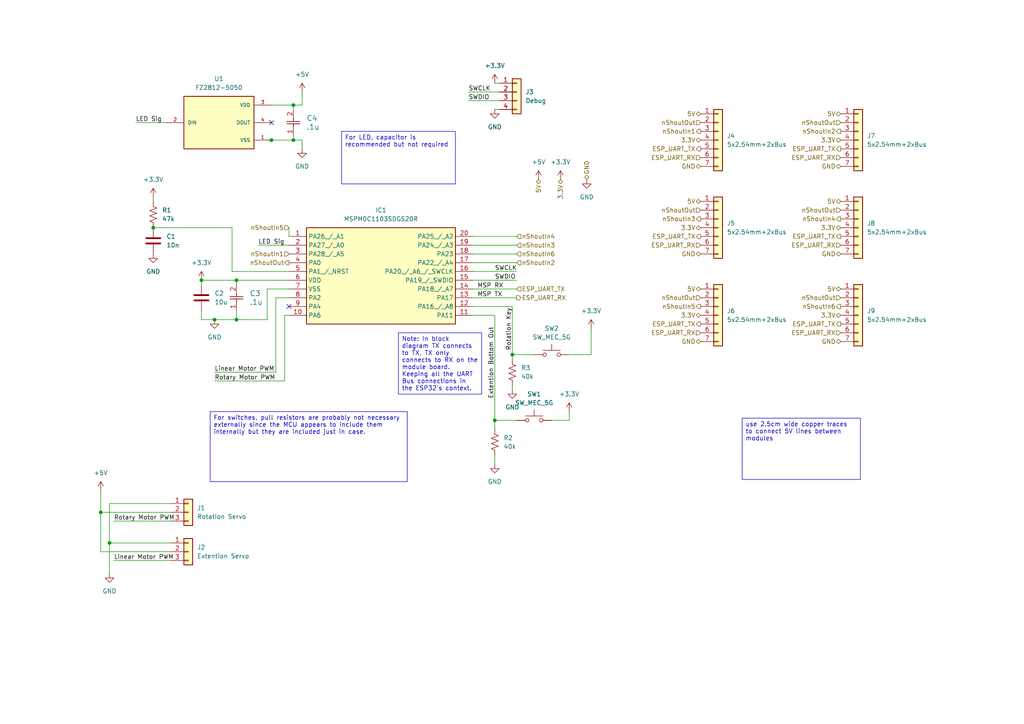
<source format=kicad_sch>
(kicad_sch (version 20250114) (generator "eeschema") (generator_version "9.0")
  (paper "A4")
  (lib_symbols
    (symbol "Connector_Generic:Conn_01x03" (pin_names (offset 1.016) (hide yes))
      (property "Reference" "J" (at 0 5.08 0))
      (property "Value" "Conn_01x03" (at 0 -5.08 0))
      (symbol "Conn_01x03_1_1"
        (rectangle (start -1.27 3.81) (end 1.27 -3.81) (stroke (width 0.254)) (fill (type background)))
        (rectangle (start -1.27 2.667) (end 0 2.413) (stroke (width 0.1524)))
        (rectangle (start -1.27 0.127) (end 0 -0.127) (stroke (width 0.1524)))
        (rectangle (start -1.27 -2.413) (end 0 -2.667) (stroke (width 0.1524)))
        (pin passive line (at -5.08 2.54 0) (length 3.81) (name "Pin_1") (number "1"))
        (pin passive line (at -5.08 0 0) (length 3.81) (name "Pin_2") (number "2"))
        (pin passive line (at -5.08 -2.54 0) (length 3.81) (name "Pin_3") (number "3"))
      )
    )
    (symbol "Connector_Generic:Conn_01x04" (pin_names (offset 1.016) (hide yes))
      (property "Reference" "J" (at 0 5.08 0))
      (property "Value" "Conn_01x04" (at 0 -7.62 0))
      (symbol "Conn_01x04_1_1"
        (rectangle (start -1.27 3.81) (end 1.27 -6.35) (stroke (width 0.254)) (fill (type background)))
        (rectangle (start -1.27 2.667) (end 0 2.413) (stroke (width 0.1524)))
        (rectangle (start -1.27 0.127) (end 0 -0.127) (stroke (width 0.1524)))
        (rectangle (start -1.27 -2.413) (end 0 -2.667) (stroke (width 0.1524)))
        (rectangle (start -1.27 -4.953) (end 0 -5.207) (stroke (width 0.1524)))
        (pin passive line (at -5.08 2.54 0) (length 3.81) (name "Pin_1") (number "1"))
        (pin passive line (at -5.08 0 0) (length 3.81) (name "Pin_2") (number "2"))
        (pin passive line (at -5.08 -2.54 0) (length 3.81) (name "Pin_3") (number "3"))
        (pin passive line (at -5.08 -5.08 0) (length 3.81) (name "Pin_4") (number "4"))
      )
    )
    (symbol "Connector_Generic:Conn_01x07" (pin_names (offset 1.016) (hide yes))
      (property "Reference" "J" (at 0 10.16 0))
      (property "Value" "Conn_01x07" (at 0 -10.16 0))
      (symbol "Conn_01x07_1_1"
        (rectangle (start -1.27 8.89) (end 1.27 -8.89) (stroke (width 0.254)) (fill (type background)))
        (rectangle (start -1.27 7.747) (end 0 7.493) (stroke (width 0.1524)))
        (rectangle (start -1.27 5.207) (end 0 4.953) (stroke (width 0.1524)))
        (rectangle (start -1.27 2.667) (end 0 2.413) (stroke (width 0.1524)))
        (rectangle (start -1.27 0.127) (end 0 -0.127) (stroke (width 0.1524)))
        (rectangle (start -1.27 -2.413) (end 0 -2.667) (stroke (width 0.1524)))
        (rectangle (start -1.27 -4.953) (end 0 -5.207) (stroke (width 0.1524)))
        (rectangle (start -1.27 -7.493) (end 0 -7.747) (stroke (width 0.1524)))
        (pin passive line (at -5.08 7.62 0) (length 3.81) (name "Pin_1") (number "1"))
        (pin passive line (at -5.08 5.08 0) (length 3.81) (name "Pin_2") (number "2"))
        (pin passive line (at -5.08 2.54 0) (length 3.81) (name "Pin_3") (number "3"))
        (pin passive line (at -5.08 0 0) (length 3.81) (name "Pin_4") (number "4"))
        (pin passive line (at -5.08 -2.54 0) (length 3.81) (name "Pin_5") (number "5"))
        (pin passive line (at -5.08 -5.08 0) (length 3.81) (name "Pin_6") (number "6"))
        (pin passive line (at -5.08 -7.62 0) (length 3.81) (name "Pin_7") (number "7"))
      )
    )
    (symbol "Device:C" (pin_numbers (hide yes)) (pin_names (offset 0.254))
      (property "Reference" "C" (at 0.635 2.54 0))
      (property "Value" "C" (at 0.635 -2.54 0))
      (symbol "C_0_1"
        (polyline (pts (xy -2.032 0.762) (xy 2.032 0.762)) (stroke (width 0.508)))
        (polyline (pts (xy -2.032 -0.762) (xy 2.032 -0.762)) (stroke (width 0.508)))
      )
      (symbol "C_1_1"
        (pin passive line (at 0 3.81 270) (length 2.794) (name "~") (number "1"))
        (pin passive line (at 0 -3.81 90) (length 2.794) (name "~") (number "2"))
      )
    )
    (symbol "Device:R_US" (pin_numbers (hide yes)) (pin_names (offset 0))
      (property "Reference" "R" (at 2.54 0 90))
      (property "Value" "R_US" (at -2.54 0 90))
      (symbol "R_US_0_1"
        (polyline (pts (xy 0 2.286) (xy 0 2.54)))
        (polyline (pts (xy 0 2.286) (xy 1.016 1.905) (xy 0 1.524) (xy -1.016 1.143) (xy 0 0.762)))
        (polyline (pts (xy 0 0.762) (xy 1.016 0.381) (xy 0 0) (xy -1.016 -0.381) (xy 0 -0.762)))
        (polyline (pts (xy 0 -0.762) (xy 1.016 -1.143) (xy 0 -1.524) (xy -1.016 -1.905) (xy 0 -2.286)))
        (polyline (pts (xy 0 -2.286) (xy 0 -2.54)))
      )
      (symbol "R_US_1_1"
        (pin passive line (at 0 3.81 270) (length 1.27) (name "~") (number "1"))
        (pin passive line (at 0 -3.81 90) (length 1.27) (name "~") (number "2"))
      )
    )
    (symbol "MSPM0C1103SDGS20R:MSPM0C1103SDGS20R"
      (property "Reference" "IC" (at 49.53 7.62 0))
      (property "Value" "MSPM0C1103SDGS20R" (at 49.53 5.08 0))
      (symbol "MSPM0C1103SDGS20R_1_1"
        (rectangle (start 5.08 2.54) (end 48.26 -25.4) (stroke (width 0.254)) (fill (type background)))
        (pin passive line (at 0 0 0) (length 5.08) (name "PA26_/_A1") (number "1"))
        (pin passive line (at 0 -2.54 0) (length 5.08) (name "PA27_/_A0") (number "2"))
        (pin passive line (at 0 -5.08 0) (length 5.08) (name "PA28_/_A5") (number "3"))
        (pin passive line (at 0 -7.62 0) (length 5.08) (name "PA0") (number "4"))
        (pin passive line (at 0 -10.16 0) (length 5.08) (name "PA1_/_NRST") (number "5"))
        (pin passive line (at 0 -12.7 0) (length 5.08) (name "VDD") (number "6"))
        (pin passive line (at 0 -15.24 0) (length 5.08) (name "VSS") (number "7"))
        (pin passive line (at 0 -17.78 0) (length 5.08) (name "PA2") (number "8"))
        (pin passive line (at 0 -20.32 0) (length 5.08) (name "PA4") (number "9"))
        (pin passive line (at 0 -22.86 0) (length 5.08) (name "PA6") (number "10"))
        (pin passive line (at 53.34 0 180) (length 5.08) (name "PA25_/_A2") (number "20"))
        (pin passive line (at 53.34 -2.54 180) (length 5.08) (name "PA24_/_A3") (number "19"))
        (pin passive line (at 53.34 -5.08 180) (length 5.08) (name "PA23") (number "18"))
        (pin passive line (at 53.34 -7.62 180) (length 5.08) (name "PA22_/_A4") (number "17"))
        (pin passive line (at 53.34 -10.16 180) (length 5.08) (name "PA20_/_A6_/_SWCLK") (number "16"))
        (pin passive line (at 53.34 -12.7 180) (length 5.08) (name "PA19_/_SWDIO") (number "15"))
        (pin passive line (at 53.34 -15.24 180) (length 5.08) (name "PA18_/_A7") (number "14"))
        (pin passive line (at 53.34 -17.78 180) (length 5.08) (name "PA17") (number "13"))
        (pin passive line (at 53.34 -20.32 180) (length 5.08) (name "PA16_/_A8") (number "12"))
        (pin passive line (at 53.34 -22.86 180) (length 5.08) (name "PA11") (number "11"))
      )
    )
    (symbol "Switch:SW_MEC_5G" (pin_numbers (hide yes)) (pin_names (offset 1.016) (hide yes))
      (property "Reference" "SW" (at 1.27 2.54 0))
      (property "Value" "SW_MEC_5G" (at 0 -1.524 0))
      (symbol "SW_MEC_5G_0_1"
        (circle (center -2.032 0) (radius 0.508))
        (polyline (pts (xy 0 1.27) (xy 0 3.048)))
        (circle (center 2.032 0) (radius 0.508))
        (polyline (pts (xy 2.54 1.27) (xy -2.54 1.27)))
        (pin passive line (at -5.08 0 0) (length 2.54) (name "A") (number "1"))
        (pin passive line (at 5.08 0 180) (length 2.54) (name "B") (number "3"))
      )
      (symbol "SW_MEC_5G_1_1"
        (pin passive line (at -5.08 0 0) (length 2.54) (hide yes) (name "A") (number "2"))
        (pin passive line (at 5.08 0 180) (length 2.54) (hide yes) (name "B") (number "4"))
      )
    )
    (symbol "power:+3.3V" (power) (pin_numbers (hide yes)) (pin_names (offset 0) (hide yes))
      (property "Value" "+3.3V" (at 0 3.556 0))
      (symbol "+3.3V_0_1"
        (polyline (pts (xy -0.762 1.27) (xy 0 2.54)))
        (polyline (pts (xy 0 2.54) (xy 0.762 1.27)))
        (polyline (pts (xy 0 0) (xy 0 2.54)))
      )
      (symbol "+3.3V_1_1"
        (pin power_in line (at 0 0 90) (length 0) (name "~") (number "1"))
      )
    )
    (symbol "power:+5V" (power) (pin_numbers (hide yes)) (pin_names (offset 0) (hide yes))
      (property "Value" "+5V" (at 0 3.556 0))
      (symbol "+5V_0_1"
        (polyline (pts (xy -0.762 1.27) (xy 0 2.54)))
        (polyline (pts (xy 0 2.54) (xy 0.762 1.27)))
        (polyline (pts (xy 0 0) (xy 0 2.54)))
      )
      (symbol "+5V_1_1"
        (pin power_in line (at 0 0 90) (length 0) (name "~") (number "1"))
      )
    )
    (symbol "power:GND" (power) (pin_numbers (hide yes)) (pin_names (offset 0) (hide yes))
      (property "Value" "GND" (at 0 -3.81 0))
      (symbol "GND_0_1"
        (polyline (pts (xy 0 0) (xy 0 -1.27) (xy 1.27 -1.27) (xy 0 -2.54) (xy -1.27 -1.27) (xy 0 -1.27)))
      )
      (symbol "GND_1_1"
        (pin power_in line (at 0 0 270) (length 0) (name "~") (number "1"))
      )
    )
    (symbol "roseActuatorLibrary:C0805C104J5RACTU" (pin_names (offset 0.254))
      (property "Reference" "C" (at 3.81 3.81 0))
      (property "Value" "C0805C104J5RACTU" (at 3.81 -3.81 0))
      (symbol "C0805C104J5RACTU_1_1"
        (polyline (pts (xy 2.54 0) (xy 3.4798 0)) (stroke (width 0.2032)))
        (polyline (pts (xy 3.4798 -1.905) (xy 3.4798 1.905)) (stroke (width 0.2032)))
        (polyline (pts (xy 4.1148 0) (xy 5.08 0)) (stroke (width 0.2032)))
        (polyline (pts (xy 4.1148 -1.905) (xy 4.1148 1.905)) (stroke (width 0.2032)))
        (pin unspecified line (at 0 0 0) (length 2.54) (name "") (number "1"))
        (pin unspecified line (at 7.62 0 180) (length 2.54) (name "") (number "2"))
      )
      (symbol "C0805C104J5RACTU_1_2"
        (polyline (pts (xy -1.905 -3.4798) (xy 1.905 -3.4798)) (stroke (width 0.2032)))
        (polyline (pts (xy -1.905 -4.1148) (xy 1.905 -4.1148)) (stroke (width 0.2032)))
        (polyline (pts (xy 0 -2.54) (xy 0 -3.4798)) (stroke (width 0.2032)))
        (polyline (pts (xy 0 -4.1148) (xy 0 -5.08)) (stroke (width 0.2032)))
        (pin unspecified line (at 0 0 270) (length 2.54) (name "") (number "1"))
        (pin unspecified line (at 0 -7.62 90) (length 2.54) (name "") (number "2"))
      )
    )
    (symbol "roseActuatorLibrary:FZ2812-5050" (pin_names (offset 1.016))
      (property "Reference" "U" (at -10.16 7.62 0))
      (property "Value" "FZ2812-5050" (at -10.16 -10.16 0))
      (symbol "FZ2812-5050_0_0"
        (rectangle (start -10.16 -7.62) (end 10.16 7.62) (stroke (width 0.254)) (fill (type background)))
        (pin input line (at -15.24 0 0) (length 5.08) (name "DIN") (number "2"))
        (pin power_in line (at 15.24 5.08 180) (length 5.08) (name "VDD") (number "3"))
        (pin output line (at 15.24 0 180) (length 5.08) (name "DOUT") (number "4"))
        (pin power_in line (at 15.24 -5.08 180) (length 5.08) (name "VSS") (number "1"))
      )
    )
  )
  (text_box "For LED, capacitor is recommended but not required" (at 99.06 38.1 0) (size 33.02 15.24) (margins 0.9525 0.9525 0.9525 0.9525) (effects (font (size 1.27 1.27)) (justify left top)))
  (text_box "use 2.5cm wide copper traces to connect 5V lines between modules" (at 215.265 121.285 0) (size 34.29 17.78) (margins 0.9525 0.9525 0.9525 0.9525) (effects (font (size 1.27 1.27)) (justify left top)))
  (text_box "Note: In block diagram TX connects to TX, TX only connects to RX on the module board. Keeping all the UART Bus connections in the ESP32's context." (at 115.57 96.52 0) (size 24.13 17.78) (margins 0.9525 0.9525 0.9525 0.9525) (effects (font (size 1.27 1.27)) (justify left top)))
  (text_box "For switches, pull resistors are probably not necessary externally since the MCU appears to include them internally but they are included just in case." (at 60.96 119.38 0) (size 57.15 20.32) (margins 0.9525 0.9525 0.9525 0.9525) (effects (font (size 1.27 1.27)) (justify left top)))
  (junction (at 78.74 40.64))
  (junction (at 85.09 40.64))
  (junction (at 44.45 66.04))
  (junction (at 143.51 121.92))
  (junction (at 68.58 81.28))
  (junction (at 68.58 92.71))
  (junction (at 31.75 157.48))
  (junction (at 62.23 92.71))
  (junction (at 85.09 30.48))
  (junction (at 148.59 102.87))
  (junction (at 58.42 81.28))
  (junction (at 29.21 148.59))
  (no_connect (at 78.74 35.56))
  (no_connect (at 83.82 88.9))
  (wire (pts (xy 85.09 39.37) (xy 85.09 40.64)))
  (wire (pts (xy 137.16 91.44) (xy 143.51 91.44)))
  (wire (pts (xy 48.26 35.56) (xy 39.37 35.56)))
  (wire (pts (xy 148.59 88.9) (xy 148.59 102.87)))
  (wire (pts (xy 44.45 57.15) (xy 44.45 58.42)))
  (wire (pts (xy 77.47 83.82) (xy 77.47 92.71)))
  (wire (pts (xy 29.21 148.59) (xy 49.53 148.59)))
  (wire (pts (xy 62.23 110.49) (xy 82.55 110.49)))
  (wire (pts (xy 135.89 26.67) (xy 144.78 26.67)))
  (wire (pts (xy 29.21 160.02) (xy 49.53 160.02)))
  (wire (pts (xy 83.82 83.82) (xy 77.47 83.82)))
  (wire (pts (xy 62.23 92.71) (xy 68.58 92.71)))
  (wire (pts (xy 143.51 91.44) (xy 143.51 121.92)))
  (wire (pts (xy 87.63 30.48) (xy 85.09 30.48)))
  (wire (pts (xy 137.16 71.12) (xy 149.86 71.12)))
  (wire (pts (xy 33.02 151.13) (xy 49.53 151.13)))
  (wire (pts (xy 68.58 90.17) (xy 68.58 92.71)))
  (wire (pts (xy 160.02 121.92) (xy 165.1 121.92)))
  (wire (pts (xy 143.51 31.75) (xy 144.78 31.75)))
  (wire (pts (xy 31.75 157.48) (xy 31.75 146.05)))
  (wire (pts (xy 87.63 26.67) (xy 87.63 30.48)))
  (wire (pts (xy 85.09 31.75) (xy 85.09 30.48)))
  (wire (pts (xy 29.21 148.59) (xy 29.21 160.02)))
  (wire (pts (xy 154.94 102.87) (xy 148.59 102.87)))
  (wire (pts (xy 74.93 71.12) (xy 83.82 71.12)))
  (wire (pts (xy 171.45 95.25) (xy 171.45 102.87)))
  (wire (pts (xy 29.21 142.24) (xy 29.21 148.59)))
  (wire (pts (xy 135.89 29.21) (xy 144.78 29.21)))
  (wire (pts (xy 58.42 81.28) (xy 58.42 82.55)))
  (wire (pts (xy 85.09 30.48) (xy 78.74 30.48)))
  (wire (pts (xy 143.51 121.92) (xy 149.86 121.92)))
  (wire (pts (xy 68.58 81.28) (xy 83.82 81.28)))
  (wire (pts (xy 58.42 92.71) (xy 58.42 90.17)))
  (wire (pts (xy 82.55 91.44) (xy 82.55 110.49)))
  (wire (pts (xy 137.16 83.82) (xy 149.86 83.82)))
  (wire (pts (xy 137.16 86.36) (xy 149.86 86.36)))
  (wire (pts (xy 137.16 78.74) (xy 149.86 78.74)))
  (wire (pts (xy 31.75 166.37) (xy 31.75 157.48)))
  (wire (pts (xy 68.58 92.71) (xy 77.47 92.71)))
  (wire (pts (xy 143.51 24.13) (xy 144.78 24.13)))
  (wire (pts (xy 137.16 88.9) (xy 148.59 88.9)))
  (wire (pts (xy 77.47 40.64) (xy 78.74 40.64)))
  (wire (pts (xy 78.74 40.64) (xy 85.09 40.64)))
  (wire (pts (xy 62.23 107.95) (xy 80.01 107.95)))
  (wire (pts (xy 83.82 91.44) (xy 82.55 91.44)))
  (wire (pts (xy 68.58 81.28) (xy 68.58 82.55)))
  (wire (pts (xy 44.45 66.04) (xy 67.31 66.04)))
  (wire (pts (xy 85.09 40.64) (xy 87.63 40.64)))
  (wire (pts (xy 137.16 68.58) (xy 149.86 68.58)))
  (wire (pts (xy 31.75 157.48) (xy 49.53 157.48)))
  (wire (pts (xy 80.01 86.36) (xy 80.01 107.95)))
  (wire (pts (xy 33.02 162.56) (xy 49.53 162.56)))
  (wire (pts (xy 165.1 121.92) (xy 165.1 119.38)))
  (wire (pts (xy 31.75 146.05) (xy 49.53 146.05)))
  (wire (pts (xy 67.31 78.74) (xy 83.82 78.74)))
  (wire (pts (xy 67.31 66.04) (xy 67.31 78.74)))
  (wire (pts (xy 83.82 66.04) (xy 83.82 68.58)))
  (wire (pts (xy 58.42 81.28) (xy 68.58 81.28)))
  (wire (pts (xy 83.82 86.36) (xy 80.01 86.36)))
  (wire (pts (xy 58.42 92.71) (xy 62.23 92.71)))
  (wire (pts (xy 87.63 43.18) (xy 87.63 40.64)))
  (wire (pts (xy 143.51 121.92) (xy 143.51 124.46)))
  (wire (pts (xy 148.59 102.87) (xy 148.59 104.14)))
  (wire (pts (xy 137.16 73.66) (xy 149.86 73.66)))
  (wire (pts (xy 171.45 102.87) (xy 165.1 102.87)))
  (wire (pts (xy 137.16 81.28) (xy 149.86 81.28)))
  (wire (pts (xy 148.59 111.76) (xy 148.59 113.03)))
  (wire (pts (xy 143.51 132.08) (xy 143.51 134.62)))
  (wire (pts (xy 137.16 76.2) (xy 149.86 76.2)))
  (label "MSP TX" (at 138.43 86.36 0))
  (label "LED Sig" (at 39.37 35.56 0))
  (label "Linear Motor PWM" (at 33.02 162.56 0))
  (label "Extention Bottom Out" (at 143.51 115.57 90))
  (label "Rotary Motor PWM" (at 62.23 110.49 0))
  (label "SWCLK" (at 135.89 26.67 0))
  (label "SWDIO" (at 143.51 81.28 0))
  (label "SWCLK" (at 143.51 78.74 0))
  (label "Linear Motor PWM" (at 62.23 107.95 0))
  (label "Rotation Key" (at 148.59 101.6 90))
  (label "SWDIO" (at 135.89 29.21 0))
  (label "MSP RX" (at 138.43 83.82 0))
  (label "LED Sig" (at 74.93 71.12 0))
  (label "Rotary Motor PWM" (at 33.02 151.13 0))
  (hierarchical_label "nShoutOut" (shape input) (at 243.84 35.56 180))
  (hierarchical_label "ESP_UART_TX" (shape output) (at 243.84 93.98 180))
  (hierarchical_label "nShoutOut" (shape input) (at 203.2 35.56 180))
  (hierarchical_label "3.3V" (shape bidirectional) (at 162.56 52.07 270))
  (hierarchical_label "ESP_UART_TX" (shape output) (at 203.2 43.18 180))
  (hierarchical_label "GND" (shape bidirectional) (at 170.18 52.07 90))
  (hierarchical_label "nShoutIn6" (shape output) (at 243.84 88.9 180))
  (hierarchical_label "3.3V" (shape bidirectional) (at 203.2 40.64 180))
  (hierarchical_label "GND" (shape bidirectional) (at 243.84 73.66 180))
  (hierarchical_label "GND" (shape bidirectional) (at 243.84 99.06 180))
  (hierarchical_label "5V" (shape bidirectional) (at 203.2 58.42 180))
  (hierarchical_label "ESP_UART_RX" (shape input) (at 243.84 71.12 180))
  (hierarchical_label "ESP_UART_RX" (shape input) (at 203.2 45.72 180))
  (hierarchical_label "ESP_UART_RX" (shape input) (at 243.84 45.72 180))
  (hierarchical_label "nShoutIn3" (shape output) (at 203.2 63.5 180))
  (hierarchical_label "nShoutIn4" (shape input) (at 149.86 68.58 0))
  (hierarchical_label "ESP_UART_TX" (shape input) (at 149.86 83.82 0))
  (hierarchical_label "ESP_UART_TX" (shape output) (at 243.84 68.58 180))
  (hierarchical_label "5V" (shape bidirectional) (at 203.2 33.02 180))
  (hierarchical_label "ESP_UART_RX" (shape input) (at 203.2 96.52 180))
  (hierarchical_label "3.3V" (shape bidirectional) (at 203.2 66.04 180))
  (hierarchical_label "nShoutOut" (shape output) (at 83.82 76.2 180))
  (hierarchical_label "GND" (shape bidirectional) (at 203.2 73.66 180))
  (hierarchical_label "nShoutOut" (shape input) (at 243.84 86.36 180))
  (hierarchical_label "nShoutOut" (shape input) (at 243.84 60.96 180))
  (hierarchical_label "nShoutOut" (shape input) (at 203.2 60.96 180))
  (hierarchical_label "3.3V" (shape bidirectional) (at 243.84 40.64 180))
  (hierarchical_label "nShoutIn3" (shape input) (at 149.86 71.12 0))
  (hierarchical_label "5V" (shape bidirectional) (at 243.84 58.42 180))
  (hierarchical_label "5V" (shape bidirectional) (at 156.21 52.07 270))
  (hierarchical_label "nShoutIn2" (shape input) (at 149.86 76.2 0))
  (hierarchical_label "nShoutIn4" (shape output) (at 243.84 63.5 180))
  (hierarchical_label "5V" (shape bidirectional) (at 243.84 83.82 180))
  (hierarchical_label "nShoutOut" (shape input) (at 203.2 86.36 180))
  (hierarchical_label "ESP_UART_RX" (shape input) (at 243.84 96.52 180))
  (hierarchical_label "nShoutIn2" (shape output) (at 243.84 38.1 180))
  (hierarchical_label "5V" (shape bidirectional) (at 203.2 83.82 180))
  (hierarchical_label "3.3V" (shape bidirectional) (at 203.2 91.44 180))
  (hierarchical_label "ESP_UART_TX" (shape output) (at 203.2 93.98 180))
  (hierarchical_label "5V" (shape bidirectional) (at 243.84 33.02 180))
  (hierarchical_label "nShoutIn5" (shape output) (at 203.2 88.9 180))
  (hierarchical_label "3.3V" (shape bidirectional) (at 243.84 91.44 180))
  (hierarchical_label "nShoutIn1" (shape input) (at 83.82 73.66 180))
  (hierarchical_label "GND" (shape bidirectional) (at 243.84 48.26 180))
  (hierarchical_label "ESP_UART_RX" (shape input) (at 203.2 71.12 180))
  (hierarchical_label "ESP_UART_TX" (shape output) (at 203.2 68.58 180))
  (hierarchical_label "ESP_UART_RX" (shape output) (at 149.86 86.36 0))
  (hierarchical_label "nShoutIn6" (shape input) (at 149.86 73.66 0))
  (hierarchical_label "GND" (shape bidirectional) (at 203.2 48.26 180))
  (hierarchical_label "nShoutIn1" (shape output) (at 203.2 38.1 180))
  (hierarchical_label "3.3V" (shape bidirectional) (at 243.84 66.04 180))
  (hierarchical_label "GND" (shape bidirectional) (at 203.2 99.06 180))
  (hierarchical_label "nShoutIn5" (shape input) (at 83.82 66.04 180))
  (hierarchical_label "ESP_UART_TX" (shape output) (at 243.84 43.18 180))
  (symbol (lib_id "power:GND") (at 62.23 92.71 0) (unit 1)
    (property "Reference" "#PWR0107" (effects (hide yes)))
    (property "Value" "GND" (at 62.23 97.79 0))
    (property "Description" "Power symbol creates a global label with name \"GND\" , ground" (effects (hide yes)))
  )
  (symbol (lib_id "power:+5V") (at 29.21 142.24 0) (unit 1)
    (property "Reference" "#PWR0105" (effects (hide yes)))
    (property "Value" "+5V" (at 29.21 137.16 0))
    (property "Description" "Power symbol creates a global label with name \"+5V\"" (effects (hide yes)))
  )
  (symbol (lib_id "power:GND") (at 143.51 134.62 0) (unit 1)
    (property "Reference" "#PWR0108" (effects (hide yes)))
    (property "Value" "GND" (at 143.51 139.7 0))
    (property "Description" "Power symbol creates a global label with name \"GND\" , ground" (effects (hide yes)))
  )
  (symbol (lib_id "power:+5V") (at 87.63 26.67 0) (unit 1)
    (property "Reference" "#PWR01" (effects (hide yes)))
    (property "Value" "+5V" (at 87.63 21.59 0))
    (property "Description" "Power symbol creates a global label with name \"+5V\"" (effects (hide yes)))
  )
  (symbol (lib_id "Connector_Generic:Conn_01x07") (at 208.28 40.64 0) (unit 1)
    (property "Reference" "J4" (at 210.82 39.3699 0) (effects (justify left)))
    (property "Value" "5x2.54mm+2xBus" (at 210.82 41.9099 0) (effects (justify left)))
    (property "Footprint" "Rose Actuator Library:InterModuleConnectorMside" (effects (hide yes)))
    (property "Description" "Generic connector, single row, 01x07, script generated (kicad-library-utils/schlib/autogen/connector/)" (effects (hide yes)))
  )
  (symbol (lib_id "power:GND") (at 148.59 113.03 0) (unit 1)
    (property "Reference" "#PWR0109" (effects (hide yes)))
    (property "Value" "GND" (at 148.59 118.11 0))
    (property "Description" "Power symbol creates a global label with name \"GND\" , ground" (effects (hide yes)))
  )
  (symbol (lib_id "Connector_Generic:Conn_01x07") (at 208.28 66.04 0) (unit 1)
    (property "Reference" "J5" (at 210.82 64.7699 0) (effects (justify left)))
    (property "Value" "5x2.54mm+2xBus" (at 210.82 67.3099 0) (effects (justify left)))
    (property "Footprint" "Rose Actuator Library:InterModuleConnectorMside" (effects (hide yes)))
    (property "Description" "Generic connector, single row, 01x07, script generated (kicad-library-utils/schlib/autogen/connector/)" (effects (hide yes)))
  )
  (symbol (lib_id "Connector_Generic:Conn_01x07") (at 208.28 91.44 0) (unit 1)
    (property "Reference" "J6" (at 210.82 90.1699 0) (effects (justify left)))
    (property "Value" "5x2.54mm+2xBus" (at 210.82 92.7099 0) (effects (justify left)))
    (property "Footprint" "Rose Actuator Library:InterModuleConnectorMside" (effects (hide yes)))
    (property "Description" "Generic connector, single row, 01x07, script generated (kicad-library-utils/schlib/autogen/connector/)" (effects (hide yes)))
  )
  (symbol (lib_id "Device:R_US") (at 44.45 62.23 0) (unit 1)
    (property "Reference" "R1" (at 46.99 60.9599 0) (effects (justify left)))
    (property "Value" "47k" (at 46.99 63.4999 0) (effects (justify left)))
    (property "Footprint" "Resistor_SMD:R_1206_3216Metric_Pad1.30x1.75mm_HandSolder" (effects (hide yes)))
    (property "Description" "Resistor, US symbol" (effects (hide yes)))
  )
  (symbol (lib_id "Device:C") (at 44.45 69.85 0) (unit 1)
    (property "Reference" "C1" (at 48.26 68.5799 0) (effects (justify left)))
    (property "Value" "10n" (at 48.26 71.1199 0) (effects (justify left)))
    (property "Footprint" "Capacitor_SMD:C_0805_2012Metric_Pad1.18x1.45mm_HandSolder" (effects (hide yes)))
    (property "Description" "Unpolarized capacitor" (effects (hide yes)))
  )
  (symbol (lib_id "Connector_Generic:Conn_01x07") (at 248.92 40.64 0) (unit 1)
    (property "Reference" "J7" (at 251.46 39.3699 0) (effects (justify left)))
    (property "Value" "5x2.54mm+2xBus" (at 251.46 41.9099 0) (effects (justify left)))
    (property "Footprint" "Rose Actuator Library:InterModuleConnectorMside" (effects (hide yes)))
    (property "Description" "Generic connector, single row, 01x07, script generated (kicad-library-utils/schlib/autogen/connector/)" (effects (hide yes)))
  )
  (symbol (lib_id "power:+3.3V") (at 143.51 24.13 0) (unit 1)
    (property "Reference" "#PWR0115" (effects (hide yes)))
    (property "Value" "+3.3V" (at 143.51 19.05 0))
    (property "Description" "Power symbol creates a global label with name \"+3.3V\"" (effects (hide yes)))
  )
  (symbol (lib_id "power:+3.3V") (at 44.45 57.15 0) (unit 1)
    (property "Reference" "#PWR0114" (effects (hide yes)))
    (property "Value" "+3.3V" (at 44.45 52.07 0))
    (property "Description" "Power symbol creates a global label with name \"+3.3V\"" (effects (hide yes)))
  )
  (symbol (lib_id "Device:R_US") (at 143.51 128.27 0) (unit 1)
    (property "Reference" "R2" (at 146.05 126.9999 0) (effects (justify left)))
    (property "Value" "40k" (at 146.05 129.5399 0) (effects (justify left)))
    (property "Footprint" "Resistor_SMD:R_1206_3216Metric_Pad1.30x1.75mm_HandSolder" (effects (hide yes)))
    (property "Description" "Resistor, US symbol" (effects (hide yes)))
  )
  (symbol (lib_id "roseActuatorLibrary:FZ2812-5050") (at 63.5 35.56 0) (unit 1)
    (property "Reference" "U1" (at 63.5 22.86 0))
    (property "Value" "FZ2812-5050" (at 63.5 25.4 0))
    (property "Footprint" "Rose Actuator Library:LED_FZ2812-5050" (effects (hide yes)))
    (property "PARTREV" "1" (effects (hide yes)))
    (property "STANDARD" "Manufacturer Recommendations" (effects (hide yes)))
    (property "SNAPEDA_PN" "FZ2812-5050" (effects (hide yes)))
    (property "MAXIMUM_PACKAGE_HEIGHT" "1.6mm" (effects (hide yes)))
    (property "MANUFACTURER" "Feztek" (effects (hide yes)))
  )
  (symbol (lib_id "Switch:SW_MEC_5G") (at 154.94 121.92 0) (unit 1)
    (property "Reference" "SW1" (at 154.94 114.3 0))
    (property "Value" "SW_MEC_5G" (at 154.94 116.84 0))
    (property "Footprint" "Rose Actuator Library:button" (effects (hide yes)))
    (property "Datasheet" "http://www.apem.com/int/index.php?controller=attachment&id_attachment=488" (effects (hide yes)))
    (property "Description" "MEC 5G single pole normally-open tactile switch" (effects (hide yes)))
  )
  (symbol (lib_id "power:+5V") (at 156.21 52.07 0) (unit 1)
    (property "Reference" "#PWR0102" (effects (hide yes)))
    (property "Value" "+5V" (at 156.21 46.99 0))
    (property "Description" "Power symbol creates a global label with name \"+5V\"" (effects (hide yes)))
  )
  (symbol (lib_id "power:+3.3V") (at 165.1 119.38 0) (unit 1)
    (property "Reference" "#PWR0111" (effects (hide yes)))
    (property "Value" "+3.3V" (at 165.1 114.3 0))
    (property "Description" "Power symbol creates a global label with name \"+3.3V\"" (effects (hide yes)))
  )
  (symbol (lib_id "roseActuatorLibrary:C0805C104J5RACTU") (at 68.58 90.17 90) (unit 1)
    (property "Reference" "C3" (at 72.39 85.0899 90) (effects (font (size 1.524 1.524)) (justify right)))
    (property "Value" ".1u" (at 72.39 87.6299 90) (effects (font (size 1.524 1.524)) (justify right)))
    (property "Footprint" "Capacitor_SMD:C_0805_2012Metric_Pad1.18x1.45mm_HandSolder" (effects (hide yes)))
    (property "Datasheet" "https://content.kemet.com/datasheets/KEM_C1002_X7R_SMD.pdf" (effects (hide yes)))
  )
  (symbol (lib_id "power:+3.3V") (at 171.45 95.25 0) (unit 1)
    (property "Reference" "#PWR0110" (effects (hide yes)))
    (property "Value" "+3.3V" (at 171.45 90.17 0))
    (property "Description" "Power symbol creates a global label with name \"+3.3V\"" (effects (hide yes)))
  )
  (symbol (lib_id "Device:R_US") (at 148.59 107.95 0) (unit 1)
    (property "Reference" "R3" (at 151.13 106.6799 0) (effects (justify left)))
    (property "Value" "40k" (at 151.13 109.2199 0) (effects (justify left)))
    (property "Footprint" "Resistor_SMD:R_1206_3216Metric_Pad1.30x1.75mm_HandSolder" (effects (hide yes)))
    (property "Description" "Resistor, US symbol" (effects (hide yes)))
  )
  (symbol (lib_id "power:GND") (at 31.75 166.37 0) (unit 1)
    (property "Reference" "#PWR0106" (effects (hide yes)))
    (property "Value" "GND" (at 31.75 171.45 0))
    (property "Description" "Power symbol creates a global label with name \"GND\" , ground" (effects (hide yes)))
  )
  (symbol (lib_id "power:+3.3V") (at 58.42 81.28 0) (unit 1)
    (property "Reference" "#PWR0112" (effects (hide yes)))
    (property "Value" "+3.3V" (at 58.42 76.2 0))
    (property "Description" "Power symbol creates a global label with name \"+3.3V\"" (effects (hide yes)))
  )
  (symbol (lib_id "Connector_Generic:Conn_01x03") (at 54.61 148.59 0) (unit 1)
    (property "Reference" "J1" (at 57.15 147.3199 0) (effects (justify left)))
    (property "Value" "Rotation Servo" (at 57.15 149.8599 0) (effects (justify left)))
    (property "Footprint" "Connector_PinHeader_2.54mm:PinHeader_1x03_P2.54mm_Vertical" (effects (hide yes)))
    (property "Description" "Generic connector, single row, 01x03, script generated (kicad-library-utils/schlib/autogen/connector/)" (effects (hide yes)))
  )
  (symbol (lib_id "Connector_Generic:Conn_01x07") (at 248.92 91.44 0) (unit 1)
    (property "Reference" "J9" (at 251.46 90.1699 0) (effects (justify left)))
    (property "Value" "5x2.54mm+2xBus" (at 251.46 92.7099 0) (effects (justify left)))
    (property "Footprint" "Rose Actuator Library:InterModuleConnectorMside" (effects (hide yes)))
    (property "Description" "Generic connector, single row, 01x07, script generated (kicad-library-utils/schlib/autogen/connector/)" (effects (hide yes)))
  )
  (symbol (lib_id "power:GND") (at 170.18 52.07 0) (unit 1)
    (property "Reference" "#PWR0101" (effects (hide yes)))
    (property "Value" "GND" (at 170.18 57.15 0))
    (property "Description" "Power symbol creates a global label with name \"GND\" , ground" (effects (hide yes)))
  )
  (symbol (lib_id "MSPM0C1103SDGS20R:MSPM0C1103SDGS20R") (at 83.82 68.58 0) (unit 1)
    (property "Reference" "IC1" (at 110.49 60.96 0))
    (property "Value" "MSPM0C1103SDGS20R" (at 110.49 63.5 0))
    (property "Footprint" "Rose Actuator Library:MSPM0C1103SDGS20R" (effects (hide yes)))
    (property "Datasheet" "https://www.ti.com/lit/ds/symlink/mspm0c1103.pdf?ts=1726492677123&ref_url=https%253A%252F%252Fwww.ti.com%252Fproduct%252FMSPM0C1103%252Fpart-details%252FMSPM0C1103SDGS20R" (effects (hide yes)))
    (property "Description" "ARM Microcontrollers - MCU 24MHz Arm Cortex-M0+ MCU with 8KB flash, 1KB SRAM, 12-bit ADC" (effects (hide yes)))
    (property "Height" "1.1" (effects (hide yes)))
    (property "Manufacturer_Name" "Texas Instruments" (effects (hide yes)))
    (property "Manufacturer_Part_Number" "MSPM0C1103SDGS20R" (effects (hide yes)))
    (property "Mouser Part Number" "595-MSPM0C1103SDG20R" (effects (hide yes)))
    (property "Mouser Price/Stock" "https://www.mouser.co.uk/ProductDetail/Texas-Instruments/MSPM0C1103SDGS20R?qs=IKkN%2F947nfCUfHSzmFhf5A%3D%3D" (effects (hide yes)))
    (property "Arrow Part Number" "MSPM0C1103SDGS20R" (effects (hide yes)))
    (property "Arrow Price/Stock" "https://www.arrow.com/en/products/mspm0c1103sdgs20r/texas-instruments?utm_currency=USD&region=nac" (effects (hide yes)))
  )
  (symbol (lib_id "Device:C") (at 58.42 86.36 0) (unit 1)
    (property "Reference" "C2" (at 62.23 85.0899 0) (effects (justify left)))
    (property "Value" "10u" (at 62.23 87.6299 0) (effects (justify left)))
    (property "Footprint" "Capacitor_SMD:C_0805_2012Metric_Pad1.18x1.45mm_HandSolder" (effects (hide yes)))
    (property "Description" "Unpolarized capacitor" (effects (hide yes)))
  )
  (symbol (lib_id "power:GND") (at 44.45 73.66 0) (unit 1)
    (property "Reference" "#PWR0113" (effects (hide yes)))
    (property "Value" "GND" (at 44.45 78.74 0))
    (property "Description" "Power symbol creates a global label with name \"GND\" , ground" (effects (hide yes)))
  )
  (symbol (lib_id "power:GND") (at 87.63 43.18 0) (unit 1)
    (property "Reference" "#PWR0117" (effects (hide yes)))
    (property "Value" "GND" (at 87.63 48.26 0))
    (property "Description" "Power symbol creates a global label with name \"GND\" , ground" (effects (hide yes)))
  )
  (symbol (lib_id "Connector_Generic:Conn_01x04") (at 149.86 26.67 0) (unit 1)
    (property "Reference" "J3" (at 152.4 26.6699 0) (effects (justify left)))
    (property "Value" "Debug" (at 152.4 29.2099 0) (effects (justify left)))
    (property "Footprint" "Connector_PinSocket_2.54mm:PinSocket_1x04_P2.54mm_Vertical" (effects (hide yes)))
    (property "Description" "Generic connector, single row, 01x04, script generated (kicad-library-utils/schlib/autogen/connector/)" (effects (hide yes)))
  )
  (symbol (lib_id "Connector_Generic:Conn_01x07") (at 248.92 66.04 0) (unit 1)
    (property "Reference" "J8" (at 251.46 64.7699 0) (effects (justify left)))
    (property "Value" "5x2.54mm+2xBus" (at 251.46 67.3099 0) (effects (justify left)))
    (property "Footprint" "Rose Actuator Library:InterModuleConnectorMside" (effects (hide yes)))
    (property "Description" "Generic connector, single row, 01x07, script generated (kicad-library-utils/schlib/autogen/connector/)" (effects (hide yes)))
  )
  (symbol (lib_id "Switch:SW_MEC_5G") (at 160.02 102.87 0) (unit 1)
    (property "Reference" "SW2" (at 160.02 95.25 0))
    (property "Value" "SW_MEC_5G" (at 160.02 97.79 0))
    (property "Footprint" "Rose Actuator Library:button" (effects (hide yes)))
    (property "Datasheet" "http://www.apem.com/int/index.php?controller=attachment&id_attachment=488" (effects (hide yes)))
    (property "Description" "MEC 5G single pole normally-open tactile switch" (effects (hide yes)))
  )
  (symbol (lib_id "roseActuatorLibrary:C0805C104J5RACTU") (at 85.09 39.37 90) (unit 1)
    (property "Reference" "C4" (at 88.9 34.2899 90) (effects (font (size 1.524 1.524)) (justify right)))
    (property "Value" ".1u" (at 88.9 36.8299 90) (effects (font (size 1.524 1.524)) (justify right)))
    (property "Footprint" "Capacitor_SMD:C_0805_2012Metric_Pad1.18x1.45mm_HandSolder" (effects (hide yes)))
    (property "Datasheet" "https://content.kemet.com/datasheets/KEM_C1002_X7R_SMD.pdf" (effects (hide yes)))
  )
  (symbol (lib_id "power:GND") (at 143.51 31.75 0) (unit 1)
    (property "Reference" "#PWR0104" (effects (hide yes)))
    (property "Value" "GND" (at 143.51 36.83 0))
    (property "Description" "Power symbol creates a global label with name \"GND\" , ground" (effects (hide yes)))
  )
  (symbol (lib_id "Connector_Generic:Conn_01x03") (at 54.61 160.02 0) (unit 1)
    (property "Reference" "J2" (at 57.15 158.7499 0) (effects (justify left)))
    (property "Value" "Extention Servo" (at 57.15 161.2899 0) (effects (justify left)))
    (property "Footprint" "Connector_PinHeader_2.54mm:PinHeader_1x03_P2.54mm_Vertical" (effects (hide yes)))
    (property "Description" "Generic connector, single row, 01x03, script generated (kicad-library-utils/schlib/autogen/connector/)" (effects (hide yes)))
  )
  (symbol (lib_id "power:+3.3V") (at 162.56 52.07 0) (unit 1)
    (property "Reference" "#PWR0103" (effects (hide yes)))
    (property "Value" "+3.3V" (at 162.56 46.99 0))
    (property "Description" "Power symbol creates a global label with name \"+3.3V\"" (effects (hide yes)))
  )
)
</source>
